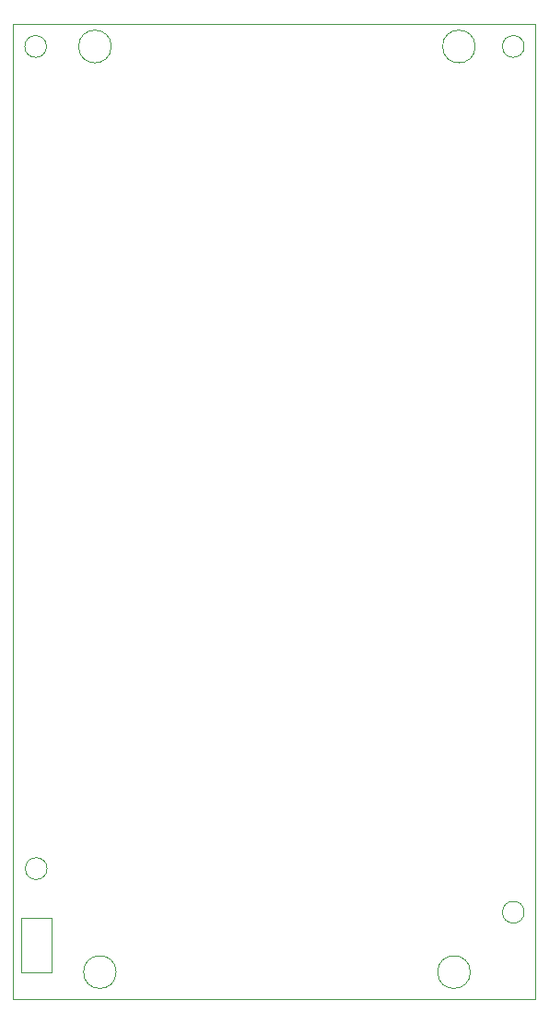
<source format=gbr>
%TF.GenerationSoftware,KiCad,Pcbnew,(5.1.9)-1*%
%TF.CreationDate,2021-03-13T07:57:55+01:00*%
%TF.ProjectId,HB-RC-12-EP-2,48422d52-432d-4313-922d-45502d322e6b,rev?*%
%TF.SameCoordinates,Original*%
%TF.FileFunction,Profile,NP*%
%FSLAX46Y46*%
G04 Gerber Fmt 4.6, Leading zero omitted, Abs format (unit mm)*
G04 Created by KiCad (PCBNEW (5.1.9)-1) date 2021-03-13 07:57:55*
%MOMM*%
%LPD*%
G01*
G04 APERTURE LIST*
%TA.AperFunction,Profile*%
%ADD10C,0.050000*%
%TD*%
G04 APERTURE END LIST*
D10*
X129800000Y-71400000D02*
G75*
G03*
X129800000Y-71400000I-1500000J0D01*
G01*
X96350000Y-71400000D02*
G75*
G03*
X96350000Y-71400000I-1500000J0D01*
G01*
X96800000Y-156350000D02*
G75*
G03*
X96800000Y-156350000I-1500000J0D01*
G01*
X129350000Y-156350000D02*
G75*
G03*
X129350000Y-156350000I-1500000J0D01*
G01*
X102600000Y-158850000D02*
X87350000Y-158850000D01*
X120600000Y-158850000D02*
X135350000Y-158850000D01*
X102600000Y-158850000D02*
X120600000Y-158850000D01*
X88050000Y-156350000D02*
X88050000Y-151350000D01*
X90850000Y-156350000D02*
X88050000Y-156350000D01*
X90850000Y-151350000D02*
X90850000Y-156350000D01*
X88050000Y-151350000D02*
X90850000Y-151350000D01*
X90450000Y-146850000D02*
G75*
G03*
X90450000Y-146850000I-1000000J0D01*
G01*
X134300000Y-150850000D02*
G75*
G03*
X134300000Y-150850000I-1000000J0D01*
G01*
X134300000Y-71400000D02*
G75*
G03*
X134300000Y-71400000I-1000000J0D01*
G01*
X90400000Y-71400000D02*
G75*
G03*
X90400000Y-71400000I-1000000J0D01*
G01*
X87350000Y-69350000D02*
X87350000Y-158850000D01*
X135350000Y-69350000D02*
X135350000Y-158850000D01*
X87350000Y-69350000D02*
X135350000Y-69350000D01*
M02*

</source>
